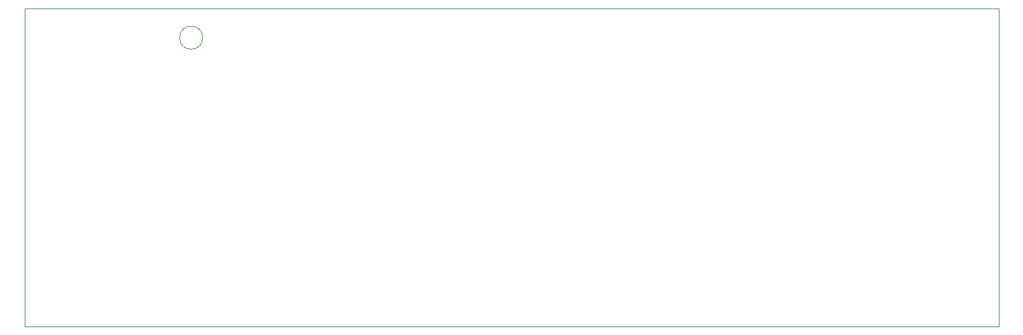
<source format=gbr>
G04 #@! TF.GenerationSoftware,KiCad,Pcbnew,(5.1.2)-2*
G04 #@! TF.CreationDate,2019-10-23T19:57:54-03:00*
G04 #@! TF.ProjectId,Mix_pre_tonal,4d69785f-7072-4655-9f74-6f6e616c2e6b,rev?*
G04 #@! TF.SameCoordinates,Original*
G04 #@! TF.FileFunction,Profile,NP*
%FSLAX46Y46*%
G04 Gerber Fmt 4.6, Leading zero omitted, Abs format (unit mm)*
G04 Created by KiCad (PCBNEW (5.1.2)-2) date 2019-10-23 19:57:54*
%MOMM*%
%LPD*%
G04 APERTURE LIST*
%ADD10C,0.050000*%
%ADD11C,0.100000*%
G04 APERTURE END LIST*
D10*
X63095000Y-113665000D02*
G75*
G03X63095000Y-113665000I-1500000J0D01*
G01*
D11*
X40005000Y-109855000D02*
X40000000Y-151130000D01*
X166370000Y-109855000D02*
X40000000Y-109855000D01*
X166370000Y-151130000D02*
X166370000Y-109855000D01*
X40000000Y-151130000D02*
X166370000Y-151130000D01*
M02*

</source>
